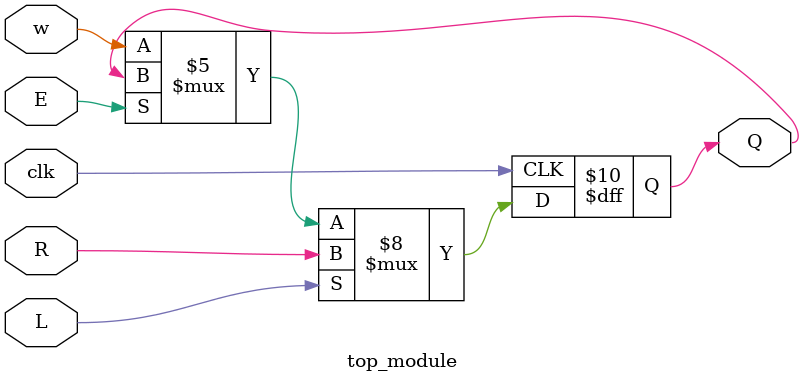
<source format=sv>
module top_module (
	input clk,
	input w,
	input R,
	input E,
	input L,
	output reg Q
);
	always @(posedge clk)
	begin
		if (L == 1'b1)
			Q <= R;
		else if (E == 1'b1)
			Q <= Q;
		else
			Q <= w;
	end
endmodule

</source>
